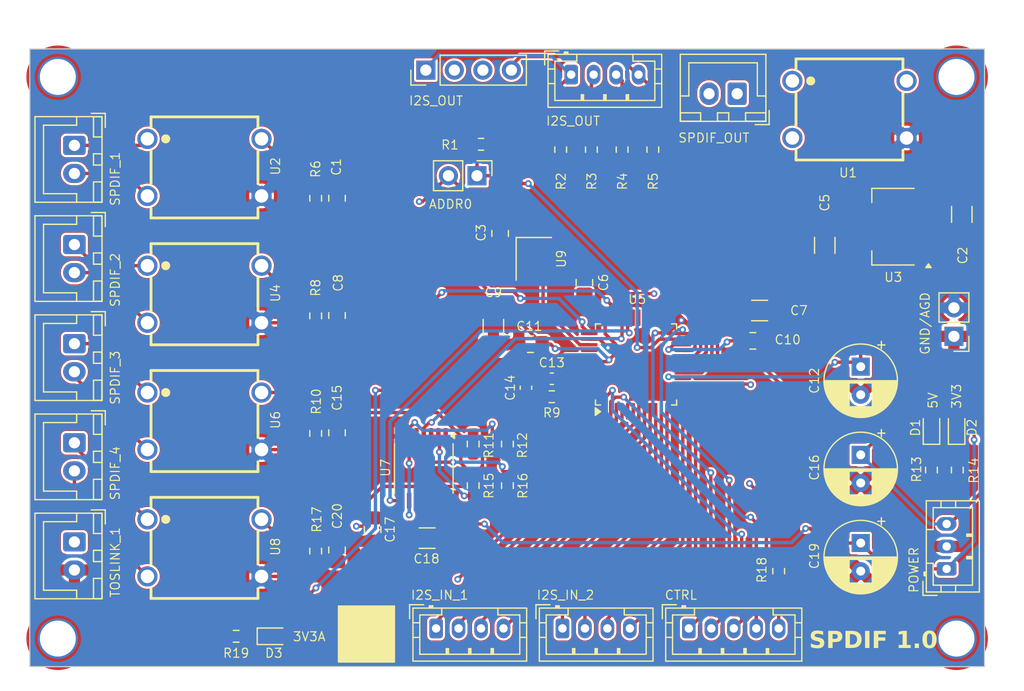
<source format=kicad_pcb>
(kicad_pcb (version 20240108) (generator "pcbnew") (generator_version "8.0")
  (layers (0 "F.Cu" signal) (1 "In1.Cu" signal) (2 "In2.Cu" signal) (31 "B.Cu" mixed) (34 "B.Paste" user) (35 "F.Paste" user) (36 "B.SilkS" user "B.Silkscreen") (37 "F.SilkS" user "F.Silkscreen") (38 "B.Mask" user) (39 "F.Mask" user) (44 "Edge.Cuts" user))
  (net 0 "")
  (net 1 "AGND")
  (net 2 "GND")
  (net 3 "I2S_DATA")
  (net 4 "I2S_LRCLK")
  (net 5 "I2S_BCLK")
  (net 6 "I2S_SCLK")
  (net 7 "SCL")
  (net 8 "SDA")
  (net 9 "3V3")
  (net 10 "SPDIF3_IN")
  (net 11 "SPDIF3_GND")
  (net 12 "SPDIF1_IN")
  (net 13 "SPDIF1_GND")
  (net 14 "SPDIF2_IN")
  (net 15 "SPDIF2_GND")
  (net 16 "5V")
  (net 17 "SPDIF_1")
  (net 18 "SPDIF4_GND")
  (net 19 "SPDIF4_IN")
  (net 20 "SPDIF_2")
  (net 21 "SPDIF_3")
  (net 22 "SPDIF_4")
  (net 23 "Net-(D2-K)")
  (net 24 "I2S_IN_LRCLK_1")
  (net 25 "I2S_IN_BCLK_1")
  (net 26 "Net-(D1-K)")
  (net 27 "I2S_IN_DATA_1")
  (net 28 "I2S_IN_SCLK_1")
  (net 29 "I2S_IN_DATA_2")
  (net 30 "I2S_IN_SCLK_2")
  (net 31 "I2S_IN_LRCLK_2")
  (net 32 "I2S_IN_BCLK_2")
  (net 33 "3V3A")
  (net 34 "SPDIF_OUT")
  (net 35 "TOSLINK_IN")
  (net 36 "XTI")
  (net 37 "Net-(C1-Pad2)")
  (net 38 "SPDIF_INT1")
  (net 39 "SPDIF_INT0")
  (net 40 "SPDIF_RESET")
  (net 41 "Net-(D3-K)")
  (net 42 "ADR0")
  (net 43 "FILTGND")
  (net 44 "SPDIFPOS")
  (net 45 "SPDIFNEG")
  (net 46 "Net-(C8-Pad2)")
  (net 47 "Net-(U5-FILT)")
  (net 48 "Net-(C14-Pad2)")
  (net 49 "Net-(C15-Pad1)")
  (net 50 "Net-(C15-Pad2)")
  (net 51 "Net-(C20-Pad1)")
  (net 52 "Net-(C20-Pad2)")
  (net 53 "Net-(U5-SCLKO)")
  (net 54 "Net-(U5-BCLK)")
  (net 55 "Net-(U5-LRCLK)")
  (net 56 "Net-(U5-DOUT)")
  (net 57 "Net-(R11-Pad2)")
  (net 58 "Net-(R12-Pad1)")
  (net 59 "Net-(R12-Pad2)")
  (net 60 "Net-(R15-Pad2)")
  (footprint "LED_SMD:LED_0603_1608Metric" (layer "F.Cu") (at 106.6 62.025 90)
    (property "Reference" "D1")
    (property "Value" "BLUE")
  )
  (footprint "Connector_JST:JST_PH_B3B-PH-K_1x03_P2.00mm_Vertical" (layer "F.Cu") (at 107.95 74.6 90)
    (property "Reference" "J11" (hide yes))
    (property "Value" "Conn_01x03_Pin")
  )
  (footprint "Resistor_SMD:R_0603_1608Metric" (layer "F.Cu") (at 66.5 36.8)
    (property "Reference" "R1")
    (property "Value" "4.7K")
  )
  (footprint "LED_SMD:LED_0603_1608Metric" (layer "F.Cu") (at 48.0575 80.6)
    (property "Reference" "D3")
    (property "Value" "YELLOW")
  )
  (footprint "Capacitor_SMD:C_0805_2012Metric_Pad1.18x1.45mm_HandSolder" (layer "F.Cu") (at 75.7 49.1 -90)
    (property "Reference" "C6")
    (property "Value" "0.1u")
  )
  (footprint "Capacitor_SMD:C_0805_2012Metric_Pad1.18x1.45mm_HandSolder" (layer "F.Cu") (at 90.7 54.3 180)
    (property "Reference" "C10")
    (property "Value" "0.1u")
  )
  (footprint "Package_TO_SOT_SMD:SOT-223-3_TabPin2" (layer "F.Cu") (at 103.2 44.1375 180)
    (property "Reference" "U3")
    (property "Value" "AMS1117-3.3")
  )
  (footprint "Connector_JST:JST_XH_B2B-XH-A_1x02_P2.50mm_Vertical" (layer "F.Cu") (at 30.3 72.2 -90)
    (property "Reference" "J10" (hide yes))
    (property "Value" "Conn_01x02_Pin")
  )
  (footprint "Package_QFP:LQFP-48_7x7mm_P0.5mm" (layer "F.Cu") (at 80.3 56.4 90)
    (property "Reference" "U5")
    (property "Value" "DIX9211")
  )
  (footprint "Capacitor_SMD:C_1206_3216Metric_Pad1.33x1.80mm_HandSolder" (layer "F.Cu") (at 67.6 53.1 90)
    (property "Reference" "C9")
    (property "Value" "10u")
  )
  (footprint "Connector_JST:JST_XH_B2B-XH-A_1x02_P2.50mm_Vertical" (layer "F.Cu") (at 30.3 54.55 -90)
    (property "Reference" "J8" (hide yes))
    (property "Value" "Conn_01x02_Pin")
  )
  (footprint "Capacitor_SMD:C_0805_2012Metric_Pad1.18x1.45mm_HandSolder" (layer "F.Cu") (at 53.68 62.48 -90)
    (property "Reference" "C15")
    (property "Value" "10n C0G")
  )
  (footprint "Capacitor_SMD:C_0603_1608Metric" (layer "F.Cu") (at 70.5 58.475 -90)
    (property "Reference" "C14")
    (property "Value" "68n C0G")
  )
  (footprint "Connector_JST:JST_PH_B4B-PH-K_1x04_P2.00mm_Vertical" (layer "F.Cu") (at 73.75 79.9)
    (property "Reference" "J13" (hide yes))
    (property "Value" "Conn_01x04_Pin")
  )
  (footprint "Connector_JST:JST_XH_B2B-XH-A_1x02_P2.50mm_Vertical" (layer "F.Cu") (at 30.3 63.375 -90)
    (property "Reference" "J9" (hide yes))
    (property "Value" "Conn_01x02_Pin")
  )
  (footprint "Capacitor_SMD:C_0805_2012Metric_Pad1.18x1.45mm_HandSolder" (layer "F.Cu") (at 53.68 72.9175 -90)
    (property "Reference" "C20")
    (property "Value" "10n C0G")
  )
  (footprint "easyeda2kicad:XFMR-TH_4P-L9.5-W9.0-P5.08-LS10.2_C9900096976" (layer "F.Cu") (at 41.88 72.73)
    (property "Reference" "U8")
    (property "Value" "DA101C_C6931652")
  )
  (footprint "Capacitor_SMD:C_1206_3216Metric_Pad1.33x1.80mm_HandSolder" (layer "F.Cu") (at 61.7 71.8625)
    (property "Reference" "C18")
    (property "Value" "10u")
  )
  (footprint "Capacitor_SMD:C_1206_3216Metric_Pad1.33x1.80mm_HandSolder" (layer "F.Cu") (at 109.3 43.0375 90)
    (property "Reference" "C2")
    (property "Value" "10u")
  )
  (footprint "easyeda2kicad:XFMR-TH_4P-L9.5-W9.0-P5.08-LS10.2_C9900096976" (layer "F.Cu") (at 41.88 61.44)
    (property "Reference" "U6")
    (property "Value" "DA101C_C6931652")
  )
  (footprint "Resistor_SMD:R_0603_1608Metric" (layer "F.Cu") (at 73.591667 37.275 90)
    (property "Reference" "R2")
    (property "Value" "22R")
  )
  (footprint "Resistor_SMD:R_0603_1608Metric_Pad0.98x0.95mm_HandSolder" (layer "F.Cu") (at 51.78 52.075833 -90)
    (property "Reference" "R8")
    (property "Value" "75R")
  )
  (footprint "Capacitor_SMD:C_1206_3216Metric_Pad1.33x1.80mm_HandSolder" (layer "F.Cu") (at 97.1 45.8 90)
    (property "Reference" "C5")
    (property "Value" "10u")
  )
  (footprint "Connector_JST:JST_XH_B2B-XH-A_1x02_P2.50mm_Vertical" (layer "F.Cu") (at 30.3 36.9 -90)
    (property "Reference" "J4" (hide yes))
    (property "Value" "Conn_01x02_Pin" (hide yes))
  )
  (footprint "Capacitor_SMD:C_1206_3216Metric_Pad1.33x1.80mm_HandSolder" (layer "F.Cu") (at 91.3 51.6 180)
    (property "Reference" "C7")
    (property "Value" "10u")
  )
  (footprint "Capacitor_SMD:C_0805_2012Metric_Pad1.18x1.45mm_HandSolder" (layer "F.Cu") (at 70.9 54.6)
    (property "Reference" "C11")
    (property "Value" "0.1u")
  )
  (footprint "MountingHole:MountingHole_3.2mm_M3_DIN965_Pad_TopOnly" (layer "F.Cu") (at 108.8251 30.805)
    (property "Reference" "H2" (hide yes))
    (property "Value" "MountingHole")
  )
  (footprint "Connector_JST:JST_XH_B2B-XH-A_1x02_P2.50mm_Vertical" (layer "F.Cu") (at 30.3 45.725 -90)
    (property "Reference" "J6" (hide yes))
    (property "Value" "Conn_01x02_Pin")
  )
  (footprint "Connector_JST:JST_XH_B2B-XH-A_1x02_P2.50mm_Vertical" (layer "F.Cu") (at 89.3 32.3 180)
    (property "Reference" "J3" (hide yes))
    (property "Value" "Conn_01x02_Pin")
  )
  (footprint "Connector_PinHeader_2.54mm:PinHeader_1x02_P2.54mm_Vertical" (layer "F.Cu") (at 66.14 39.6 -90)
    (property "Reference" "J5" (hide yes))
    (property "Value" "Conn_01x02_Pin")
  )
  (footprint "Capacitor_SMD:C_0805_2012Metric_Pad1.18x1.45mm_HandSolder" (layer "F.Cu") (at 56.85 71.1 90)
    (property "Reference" "C17")
    (property "Value" "0.1u")
  )
  (footprint "Connector_JST:JST_PH_B4B-PH-K_1x04_P2.00mm_Vertical" (layer "F.Cu") (at 62.5 79.9)
    (property "Reference" "J12" (hide yes))
    (property "Value" "Conn_01x04_Pin")
  )
  (footprint "Connector_PinHeader_2.54mm:PinHeader_1x02_P2.54mm_Vertical" (layer "F.Cu") (at 108.6 53.9 180)
    (property "Reference" "J7" (hide yes))
    (property "Value" "Conn_01x02_Pin")
  )
  (footprint "Resistor_SMD:R_0603_1608Metric_Pad0.98x0.95mm_HandSolder" (layer "F.Cu") (at 51.78 73.0175 -90)
    (property "Reference" "R17")
    (property "Value" "75R")
  )
  (footprint "Resistor_SMD:R_0603_1608Metric_Pad0.98x0.95mm_HandSolder" (layer "F.Cu") (at 108.9 65.8 90)
    (property "Reference" "R14")
    (property "Value" "325R")
  )
  (footprint "easyeda2kicad:XFMR-TH_4P-L9.5-W9.0-P5.08-LS10.2_C9900096976" (layer "F.Cu") (at 99.3 33.7)
    (property "Reference" "U1")
    (property "Value" "DA101C_C6931652")
  )
  (footprint "Package_SO:TSSOP-14_4.4x5mm_P0.65mm" (layer "F.Cu") (at 61.4 65.6625 -90)
    (property "Reference" "U7")
    (property "Value" "74HC7014")
  )
  (footprint "Resistor_SMD:R_0603_1608Metric" (layer "F.Cu") (at 81.791667 37.275 90)
    (property "Reference" "R5")
    (property "Value" "22R")
  )
  (footprint "Connector_JST:JST_PH_B4B-PH-K_1x04_P2.00mm_Vertical" (layer "F.Cu") (at 74.525 30.6)
    (property "Reference" "J2" (hide yes))
    (property "Value" "Conn_01x04_Pin")
  )
  (footprint "easyeda2kicad:XFMR-TH_4P-L9.5-W9.0-P5.08-LS10.2_C9900096976" (layer "F.Cu") (at 41.88 50.15)
    (property "Reference" "U4")
    (property "Value" "DA101C_C6931652")
  )
  (footprint "Resistor_SMD:R_0603_1608Metric_Pad0.98x0.95mm_HandSolder" (layer "F.Cu") (at 51.78 62.546666 -90)
    (property "Reference" "R10")
    (property "Value" "75R")
  )
  (footprint "Resistor_SMD:R_0603_1608Metric" (layer "F.Cu") (at 76.325 37.275 90)
    (property "Reference" "R3")
    (property "Value" "22R")
  )
  (footprint "Capacitor_SMD:C_0805_2012Metric_Pad1.18x1.45mm_HandSolder" (layer "F.Cu") (at 53.68 41.605 -90)
    (property "Reference" "C1")
    (property "Value" "10n C0G")
  )
  (footprint "Capacitor_SMD:C_0805_2012Metric_Pad1.18x1.45mm_HandSolder" (layer "F.Cu") (at 68.2 44.7375 -90)
    (property "Reference" "C3")
    (property "Value" "0.1u")
  )
  (footprint "easyeda2kicad:XFMR-TH_4P-L9.5-W9.0-P5.08-LS10.2_C9900096976" (layer "F.Cu") (at 41.88 38.86)
    (property "Reference" "U2")
    (property "Value" "DA101C_C6931652")
  )
  (footprint "LED_SMD:LED_0603_1608Metric" (layer "F.Cu") (at 108.84 62.025 90)
    (property "Reference" "D2")
    (property "Value" "YELLOW")
  )
  (footprint "Resistor_SMD:R_0603_1608Metric" (layer "F.Cu") (at 72.8 59.275 180)
    (property "Reference" "R9")
    (property "Value" "680R")
  )
  (footprint "Resistor_SMD:R_0603_1608Metric_Pad0.98x0.95mm_HandSolder" (layer "F.Cu") (at 106.6 65.8 90)
    (property "Reference" "R13")
    (property "Value" "500R")
  )
  (footprint "Resistor_SMD:R_0603_1608Metric" (layer "F.Cu") (at 79.058333 37.275 90)
    (property "Reference" "R4")
    (property "Value" "22R")
  )
  (footprint "Oscillator:Oscillator_SMD_Abracon_ASE-4Pin_3.2x2.5mm" (layer "F.Cu") (at 71.2 47 -90)
    (property "Reference" "U9")
    (property "Value" "ASDMB-xxxMHz")
  )
  (footprint "Capacitor_SMD:C_0603_1608Metric" (layer "F.Cu") (at 72.8 57.675)
    (property "Reference" "C13")
    (property "Value" "4.7n C0G")
  )
  (footprint "Capacitor_SMD:C_0805_2012Metric_Pad1.18x1.45mm_HandSolder" (layer "F.Cu") (at 53.68 52.0425 -90)
    (property "Reference" "C8")
    (property "Value" "10n C0G")
  )
  (footprint "Resistor_SMD:R_0603_1608Metric_Pad0.98x0.95mm_HandSolder" (layer "F.Cu") (at 65.8 67.1875 -90)
    (property "Reference" "R15")
    (property "Value" "100K")
  )
  (footprint "Capacitor_THT:CP_Radial_D6.3mm_P2.50mm" (layer "F.Cu") (at 100.3 72.3 -90)
    (property "Reference" "C19")
    (property "Value" "220u")
  )
  (footprint "Capacitor_THT:CP_Radial_D6.3mm_P2.50mm" (layer "F.Cu") (at 100.3 64.45 -90)
    (property "Reference" "C16")
    (property "Value" "220u")
  )
  (footprint "Resistor_SMD:R_0603_1608Metric_Pad0.98x0.95mm_HandSolder" (layer "F.Cu") (at 44.7 80.6)
    (property "Reference" "R19")
    (property "Value" "325R")
  )
  (footprint "Resistor_SMD:R_0603_1608Metric_Pad0.98x0.95mm_HandSolder" (layer "F.Cu") (at 51.78 41.605 -90)
    (property "Reference" "R6")
    (property "Value" "75R")
  )
  (footprint "Resistor_SMD:R_0603_1608Metric_Pad0.98x0.95mm_HandSolder" (layer "F.Cu") (at 65.8 63.4875 90)
    (property "Reference" "R11")
    (property "Value" "220R")
  )
  (footprint "MountingHole:MountingHole_3.2mm_M3_DIN965_Pad_TopOnly" (layer "F.Cu") (at 28.8251 30.805)
    (property "Reference" "H1" (hide yes))
    (property "Value" "MountingHole")
  )
  (footprint "Resistor_SMD:R_0603_1608Metric_Pad0.98x0.95mm_HandSolder" (layer "F.Cu") (at 68.85 63.4875 -90)
    (property "Reference" "R12")
    (property "Value" "100K")
  )
  (footprint "Connector_PinHeader_2.54mm:PinHeader_1x04_P2.54mm_Vertical" (layer "F.Cu") (at 61.585 30.2 90)
    (property "Reference" "J1" (hide yes))
    (property "Value" "Conn_01x04_Pin")
  )
  (footprint "MountingHole:MountingHole_3.2mm_M3_DIN965_Pad_TopOnly" (layer "F.Cu") (at 108.8251 80.805)
    (property "Reference" "H4" (hide yes))
    (property "Value" "MountingHole")
  )
  (footprint "MountingHole:MountingHole_3.2mm_M3_DIN965_Pad_TopOnly" (layer "F.Cu") (at 28.8251 80.805)
    (property "Reference" "H3" (hide yes))
    (property "Value" "MountingHole")
  )
  (footprint "Capacitor_THT:CP_Radial_D6.3mm_P2.50mm" (layer "F.Cu") (at 100.3 56.6 -90)
    (property "Reference" "C12")
    (property "Value" "220u")
  )
  (footprint "Resistor_SMD:R_0603_1608Metric" (layer "F.Cu") (at 93 74.8 -90)
    (property "Reference" "R18")
    (property "Value" "4.7K")
  )
  (footprint "Connector_JST:JST_PH_B5B-PH-K_1x05_P2.00mm_Vertical" (layer "F.Cu") (at 85 79.9)
    (property "Reference" "J14" (hide yes))
    (property "Value" "Conn_01x05_Pin")
  )
  (footprint "Resistor_SMD:R_0603_1608Metric_Pad0.98x0.95mm_HandSolder" (layer "F.Cu") (at 68.85 67.1875 90)
    (property "Reference" "R16")
    (property "Value" "220R")
  )
  (gr_rect (start 53.8 77.9) (end 58.8 82.9) (stroke (width 0.1)) (fill solid) (layer "F.SilkS"))
  (gr_line (start 111.3251 28.305) (end 111.3251 83.305) (stroke (width 0.1)) (layer "Edge.Cuts"))
  (gr_line (start 111.3251 83.305) (end 26.3251 83.305) (stroke (width 0.1)) (layer "Edge.Cuts"))
  (gr_line (start 26.3251 83.305) (end 26.3251 28.305) (stroke (width 0.1)) (layer "Edge.Cuts"))
  (gr_line (start 26.3251 28.305) (end 111.3251 28.305) (stroke (width 0.1)) (layer "Edge.Cuts"))
  (gr_text "SPDIF_3\n" (at 34.399952 60.045 90) (layer "F.SilkS") (effects (font (size 0.8 0.8) (thickness 0.1) (bold yes)) (justify left bottom)))
  (gr_text "CTRL" (at 82.8 77.4 0) (layer "F.SilkS") (effects (font (size 0.8 0.8) (thickness 0.1) (bold yes)) (justify left bottom)))
  (gr_text "SPDIF_1" (at 34.399952 42.345 90) (layer "F.SilkS") (effects (font (size 0.8 0.8) (thickness 0.1) (bold yes)) (justify left bottom)))
  (gr_text "5V\n" (at 107.2 60.4 90) (layer "F.SilkS") (effects (font (size 0.8 0.8) (thickness 0.1) (bold yes)) (justify left bottom)))
  (gr_text "I2S_IN_1" (at 60.2 77.4 0) (layer "F.SilkS") (effects (font (size 0.8 0.8) (thickness 0.1) (bold yes)) (justify left bottom)))
  (gr_text "SPDIF_4\n" (at 34.399952 68.545 90) (layer "F.SilkS") (effects (font (size 0.8 0.8) (thickness 0.1) (bold yes)) (justify left bottom)))
  (gr_text "SPDIF 1.0" (at 95.7 81.9 0) (layer "F.SilkS") (effects (font (size 1.5 1.5) (thickness 0.1) (bold yes)) (justify left bottom)))
  (gr_text "SPDIF_OUT" (at 84 36.7 0) (layer "F.SilkS") (effects (font (size 0.8 0.8) (thickness 0.1) (bold yes)) (justify left bottom)))
  (gr_text "I2S_OUT" (at 60.025 33.4 0) (layer "F.SilkS") (effects (font (size 0.8 0.8) (thickness 0.1) (bold yes)) (justify left bottom)))
  (gr_text "ADDR0" (at 61.8 42.6 0) (layer "F.SilkS") (effects (font (size 0.8 0.8) (thickness 0.1) (bold yes)) (justify left bottom)))
  (gr_text "POWER" (at 105.5 76.8 90) (layer "F.SilkS") (effects (font (size 0.8 0.8) (thickness 0.1) (bold yes)) (justify left bottom)))
  (gr_text "TOSLINK_1\n" (at 34.399952 77.2 90) (layer "F.SilkS") (effects (font (size 0.8 0.8) (thickness 0.1) (bold yes)) (justify left bottom)))
  (gr_text "GND/AGD" (at 106.5 55.6 90) (layer "F.SilkS") (effects (font (size 0.8 0.8) (thickness 0.1) (bold yes)) (justify left bottom)))
  (gr_text "SPDIF_2" (at 34.399952 51.345 90) (layer "F.SilkS") (effects (font (size 0.8 0.8) (thickness 0.1) (bold yes)) (justify left bottom)))
  (gr_text "3V3" (at 109.3 60.4 90) (layer "F.SilkS") (effects (font (size 0.8 0.8) (thickness 0.1) (bold yes)) (justify left bottom)))
  (gr_text "I2S_IN_2" (at 71.4 77.4 0) (layer "F.SilkS") (effects (font (size 0.8 0.8) (thickness 0.1) (bold yes)) (justify left bottom)))
  (gr_text "3V3A" (at 49.6875 81.1 0) (layer "F.SilkS") (effects (font (size 0.8 0.8) (thickness 0.1) (bold yes)) (justify left bottom)))
  (gr_text "I2S_OUT" (at 72.225 35.2 0) (layer "F.SilkS") (effects (font (size 0.8 0.8) (thickness 0.1) (bold yes)) (justify left bottom)))
  (segment (start 50.44 75.27) (end 51.78 73.93) (width 0.3) (layer "F.Cu") (net 1))
  (segment (start 46.96 52.69) (end 51.481667 52.69) (width 0.3) (layer "F.Cu") (net 1))
  (segment (start 76.1375 54.15) (end 77.03995 54.15) (width 0.3) (layer "F.Cu") (net 1))
  (segment (start 51.259166 63.98) (end 51.78 63.459166) (width 0.3) (layer "F.Cu") (net 1))
  (segment (start 46.96 75.27) (end 50.44 75.27) (width 0.3) (layer "F.Cu") (net 1))
  (segment (start 51.78 42.5175) (end 48.0775 42.5175) (width 0.3) (layer "F.Cu") (net 1))
  (segment (start 46.96 63.98) (end 51.259166 63.98) (width 0.3) (layer "F.Cu") (net 1))
  (segment (start 48.0775 42.5175) (end 46.96 41.4) (width 0.3) (layer "F.Cu") (net 1))
  (segment (start 77.03995 54.15) (end 77.800811 54.910861) (width 0.3) (layer "F.Cu") (net 1))
  (via (at 77.800811 54.910861) (size 0.6) (drill 0.3) (layers "F.Cu" "B.Cu") (net 1))
  (segment (start 85.30312 55.15) (end 85.55 54.90312) (width 0.3) (layer "F.Cu") (net 2))
  (segment (start 85.55 53.39688) (end 84.617982 52.464862) (width 0.3) (layer "F.Cu") (net 2))
  (segment (start 84.4625 55.15) (end 85.30312 55.15) (width 0.3) (layer "F.Cu") (net 2))
  (segment (start 84.617982 52.464862) (end 84.335138 52.464862) (width 0.3) (layer "F.Cu") (net 2))
  (segment (start 85.55 54.90312) (end 85.55 53.39688) (width 0.3) (layer "F.Cu") (net 2))
  (via (at 84.335138 52.464862) (size 0.6) (drill 0.3) (layers "F.Cu" "B.Cu") (net 2))
  (segment (start 81.791667 36.45) (end 81.791667 31.866667) (width 0.3) (layer "F.Cu") (net 3))
  (segment (start 70 29) (end 69.205 29.795) (width 0.3) (layer "F.Cu") (net 3))
  (segment (start 78.825 29) (end 70 29) (width 0.3) (layer "F.Cu") (net 3))
  (segment (start 80.525 30.7) (end 78.825 29) (width 0.3) (layer "F.Cu") (net 3))
  (segment (start 81.791667 31.866667) (end 80.525 30.6) (width 0.3) (layer "F.Cu") (net 3))
  (segment (start 79.058333 36.45) (end 79.058333 31.133333) (width 0.3) (layer "F.Cu") (net 4))
  (segment (start 79.058333 31.133333) (end 78.525 30.6) (width 0.3) (layer "F.Cu") (net 4))
  (segment (start 76.325 36.45) (end 76.325 30.8) (width 0.3) (layer "F.Cu") (net 5))
  (segment (start 73.591667 31.533333) (end 74.525 30.6) (width 0.3) (layer "F.Cu") (net 6))
  (segment (start 73.591667 36.45) (end 73.591667 31.533333) (width 0.3) (layer "F.Cu") (net 6))
  (segment (start 74.525 30.7) (end 72.725 28.9) (width 0.3) (layer "B.Cu") (net 6))
  (segment (start 62.9 28.9) (end 62.8 28.8) (width 0.3) (layer "B.Cu") (net 6))
  (segment (start 62.8 28.8) (end 61.585 30.015) (width 0.3) (layer "B.Cu") (net 6))
  (segment (start 72.725 28.9) (end 62.9 28.9) (width 0.3) (layer "B.Cu") (net 6))
  (segment (start 82.52812 53.6) (end 82 53.6) (width 0.3) (layer "F.Cu") (net 7))
  (segment (start 83.05 53.07812) (end 82.52812 53.6) (width 0.3) (layer "F.Cu") (net 7))
  (segment (start 83.05 52.2375) (end 83.05 53.07812) (width 0.3) (layer "F.Cu") (net 7))
  (segment (start 86.955025 77.944975) (end 86.955025 66.044975) (width 0.3) (layer "F.Cu") (net 7))
  (segment (start 85 79.9) (end 86.955025 77.944975) (width 0.3) (layer "F.Cu") (net 7))
  (via (at 86.955025 66.044975) (size 0.6) (drill 0.3) (layers "F.Cu" "B.Cu") (net 7))
  (via (at 82 53.6) (size 0.6) (drill 0.3) (layers "F.Cu" "B.Cu") (net 7))
  (segment (start 81.8 60.88995) (end 81.8 53.8) (width 0.3) (layer "B.Cu") (net 7))
  (segment (start 86.955025 66.044975) (end 81.8 60.88995) (width 0.3) (layer "B.Cu") (net 7))
  (segment (start 81.8 53.8) (end 82 53.6) (width 0.3) (layer "B.Cu") (net 7))
  (segment (start 84.444799 53.307746) (end 84.444799 53.632299) (width 0.3) (layer "F.Cu") (net 8))
  (segment (start 88.6 78.3) (end 87 79.9) (width 0.3) (layer "F.Cu") (net 8))
  (segment (start 88.6 66.7) (end 88.6 78.3) (width 0.3) (layer "F.Cu") (net 8))
  (segment (start 84.444799 53.632299) (end 84.4625 53.65) (width 0.3) (layer "F.Cu") (net 8))
  (via (at 84.444799 53.307746) (size 0.6) (drill 0.3) (layers "F.Cu" "B.Cu") (net 8))
  (via (at 88.6 66.7) (size 0.6) (drill 0.3) (layers "F.Cu" "B.Cu") (net 8))
  (segment (start 88.6 66.7) (end 82.55 60.65) (width 0.3) (layer "B.Cu") (net 8))
  (segment (start 83.974182 53.307746) (end 84.444799 53.307746) (width 0.3) (layer "B.Cu") (net 8))
  (segment (start 82.55 54.731928) (end 83.974182 53.307746) (width 0.3) (layer "B.Cu") (net 8))
  (segment (start 82.55 60.65) (end 82.55 54.731928) (width 0.3) (layer "B.Cu") (net 8))
  (segment (start 57.2375 70.45) (end 63.2125 70.45) (width 0.3) (layer "F.Cu") (net 9))
  (segment (start 70.375 45.875) (end 68.2 43.7) (width 0.3) (layer "F.Cu") (net 9))
  (segment (start 83.621884 54.65) (end 83.2 55.071884) (width 0.3) (layer "F.Cu") (net 9))
  (segment (start 89.6625 54.3) (end 88.5 54.3) (width 0.3) (layer "F.Cu") (net 9))
  (segment (start 88.5 54.3) (end 88.4 54.4) (width 0.3) (layer "F.Cu") (net 9))
  (segment (start 89.7375 51.6) (end 89.7375 54.225) (width 0.3) (layer "F.Cu") (net 9))
  (segment (start 70.375 45.95) (end 72.025 45.95) (width 0.3) (layer "F.Cu") (net 9))
  (segment (start 56.1125 70.8) (end 56.85 70.0625) (width 0.3) (layer "F.Cu") (net 9))
  (segment (start 63.2125 70.45) (end 63.2625 70.4) (width 0.3) (layer "F.Cu") (net 9))
  (segment (start 55.4 70.8) (end 56.1125 70.8) (width 0.3) (layer "F.Cu") (net 9))
  (segment (start 64.9 70.6) (end 66.8 70.6) (width 0.3) (layer "F.Cu") (net 9))
  (segment (start 107.95 74.6) (end 102.6 74.6) (width 0.3) (layer "F.Cu") (net 9))
  (segment (start 95.8 71) (end 97.1 72.3) (width 0.3) (layer "F.Cu") (net 9))
  (segment (start 84.4625 54.65) (end 83.621884 54.65) (width 0.3) (layer "F.Cu") (net 9))
  (segment (start 63.2625 71.8625) (end 63.2625 70.4) (width 0.3) (layer "F.Cu") (net 9))
  (segment (start 63.6375 71.8625) (end 64.9 70.6) (width 0.3) (layer "F.Cu") (net 9))
  (segment (start 61.3 41.9) (end 61 41.9) (width 0.3) (layer "F.Cu") (net 9))
  (segment (start 67.7 43.7) (end 68.2 43.7) (width 0.3) (layer "F.Cu") (net 9))
  (segment (start 63.2625 68.6125) (end 63.35 68.525) (width 0.3) (layer "F.Cu") (net 9))
  (segment (start 95.4 60.4) (end 89.6625 54.6625) (width 0.3) (layer "F.Cu") (net 9))
  (segment (start 70.375 45.95) (end 70.375 45.875) (width 0.3) (layer "F.Cu") (net 9))
  (segment (start 108.24 60.4) (end 95.4 60.4) (width 0.3) (layer "F.Cu") (net 9))
  (segment (start 63.2625 70.4) (end 63.2625 68.6125) (width 0.3) (layer "F.Cu") (net 9))
  (segment (start 95.4 71) (end 95.8 71) (width 0.3) (layer "F.Cu") (net 9))
  (segment (start 102.6 74.6) (end 100.3 72.3) (width 0.3) (layer "F.Cu") (net 9))
  (segment (start 63.6 39.6) (end 67.7 43.7) (width 0.3) (layer "F.Cu") (net 9))
  (segment (start 110.4 62.56) (end 108.24 60.4) (width 0.3) (layer "F.Cu") (net 9))
  (segment (start 63.6 39.6) (end 61.3 41.9) (width 0.3) (layer "F.Cu") (net 9))
  (segment (start 97.1 72.3) (end 100.3 72.3) (width 0.3) (layer "F.Cu") (net 9))
  (segment (start 110.4 63.1) (end 110.4 62.56) (width 0.3) (layer "F.Cu") (net 9))
  (via (at 110.4 63.1) (size 0.6) (drill 0.3) (layers "F.Cu" "B.Cu") (net 9))
  (via (at 55.4 70.8) (size 0.6) (drill 0.3) (layers "F.Cu" "B.Cu") (net 9))
  (via (at 61 41.9) (size 0.6) (drill 0.3) (layers "F.Cu" "B.Cu") (net 9))
  (via (at 83.2 55.071884) (size 0.6) (drill 0.3) (layers "F.Cu" "B.Cu") (net 9))
  (via (at 95.4 71) (size 0.6) (drill 0.3) (layers "F.Cu" "B.Cu") (net 9))
  (via (at 88.4 54.4) (size 0.6) (drill 0.3) (layers "F.Cu" "B.Cu") (net 9))
  (via (at 66.8 70.6) (size 0.6) (drill 0.3) (layers "F.Cu" "B.Cu") (net 9))
  (segment (start 94.138966 72.261034) (end 95.4 71) (width 0.3) (layer "B.Cu") (net 9))
  (segment (start 68.461034 72.261034) (end 94.138966 72.261034) (width 0.3) (layer "B.Cu") (net 9))
  (segment (start 83.2 55.071884) (end 87.728116 55.071884) (width 0.3) (layer "B.Cu") (net 9))
  (segment (start 110.4 72.15) (end 110.4 63.1) (width 0.3) (layer "B.Cu") (net 9))
  (segment (start 66.8 70.6) (end 68.461034 72.261034) (width 0.3) (layer "B.Cu") (net 9))
  (segment (start 107.95 74.6) (end 110.4 72.15) (width 0.3) (layer "B.Cu") (net 9))
  (segment (start 87.728116 55.071884) (end 88.4 54.4) (width 0.3) (layer "B.Cu") (net 9))
  (segment (start 36.8 58.9) (end 32.45 54.55) (width 0.3) (layer "F.Cu") (net 10))
  (segment (start 32.45 54.55) (end 30.3 54.55) (width 0.3) (layer "F.Cu") (net 10))
  (segment (start 36.8 63.98) (end 30.3 57.48) (width 0.3) (layer "F.Cu") (net 11))
  (segment (start 30.3 36.9) (end 36.22 36.9) (width 0.3) (layer "F.Cu") (net 12))
  (segment (start 36.22 36.9) (end 36.8 36.32) (width 0.3) (layer "F.Cu") (net 12))
  (segment (start 30.3 39.4) (end 34.8 39.4) (width 0.3) (layer "F.Cu") (net 13))
  (segment (start 34.8 39.4) (end 36.8 41.4) (width 0.3) (layer "F.Cu") (net 13))
  (segment (start 32.185 47.61) (end 30.3 45.725) (width 0.3) (layer "F.Cu") (net 14))
  (segment (start 36.8 47.61) (end 32.185 47.61) (width 0.3) (layer "F.Cu") (net 14))
  (segment (start 30.3 48.225) (end 32.335 48.225) (width 0.3) (layer "F.Cu") (net 15))
  (segment (start 32.335 48.225) (end 36.8 52.69) (width 0.3) (layer "F.Cu") (net 15))
  (segment (start 111.1 67.725) (end 108.225 70.6) (width 0.3) (layer "F.Cu") (net 16))
  (segment (start 109.3 41.475) (end 111.1 43.275) (width 0.3) (layer "F.Cu") (net 16))
  (segment (start 111.1 43.275) (end 111.1 67.725) (width 0.3) (layer "F.Cu") (net 16))
  (segment (start 106.6 61) (end 103.75 61) (width 0.3) (layer "F.Cu") (net 16))
  (segment (start 103.75 61) (end 100.3 64.45) (width 0.3) (layer "F.Cu") (net 16))
  (segment (start 109.3 41.475) (end 106.7125 41.475) (width 0.3) (layer "F.Cu") (net 16))
  (segment (start 106.45 70.6) (end 100.3 64.45) (width 0.3) (layer "B.Cu") (net 16))
  (segment (start 107.95 70.6) (end 106.45 70.6) (width 0.3) (layer "B.Cu") (net 16))
  (segment (start 57.8675 40.5675) (end 67.2 49.9) (width 0.3) (layer "F.Cu") (net 17))
  (segment (start 69.375 49.9) (end 70 50.525) (width 0.3) (layer "F.Cu") (net 17))
  (segment (start 76.1375 53.65) (end 75.5 53.0125) (width 0.3) (layer "F.Cu") (net 17))
  (segment (start 53.68 40.5675) (end 57.8675 40.5675) (width 0.3) (layer "F.Cu") (net 17))
  (segment (start 75.5 53.0125) (end 75.5 52.6) (width 0.3) (layer "F.Cu") (net 17))
  (segment (start 67.2 49.9) (end 69.375 49.9) (width 0.3) (layer "F.Cu") (net 17))
  (via (at 70 50.525) (size 0.6) (drill 0.3) (layers "F.Cu" "B.Cu") (net 17))
  (via (at 75.5 52.6) (size 0.6) (drill 0.3) (layers "F.Cu" "B.Cu") (net 17))
  (segment (start 75.5 52.6) (end 73.425 50.525) (width 0.3) (layer "B.Cu") (net 17))
  (segment (start 73.425 50.525) (end 70 50.525) (width 0.3) (layer "B.Cu") (net 17))
  (segment (start 30.3 68.77) (end 36.8 75.27) (width 0.3) (layer "F.Cu") (net 18))
  (segment (start 30.3 65.875) (end 30.3 68.77) (width 0.3) (layer "F.Cu") (net 18))
  (segment (start 36.8 70.19) (end 30.3 63.69) (width 0.3) (layer "F.Cu") (net 19))
  (segment (start 78.05 51.05) (end 77.7 50.7) (width 0.3) (layer "F.Cu") (net 20))
  (segment (start 53.68 51.005) (end 61.995 51.005) (width 0.3) (layer "F.Cu") (net 20))
  (segment (start 78.05 52.2375) (end 78.05 51.05) (width 0.3) (layer "F.Cu") (net 20))
  (segment (start 61.995 51.005) (end 63 50) (width 0.3) (layer "F.Cu") (net 20))
  (via (at 77.7 50.7) (size 0.6) (drill 0.3) (layers "F.Cu" "B.Cu") (net 20))
  (via (at 63 50) (size 0.6) (drill 0.3) (layers "F.Cu" "B.Cu") (net 20))
  (segment (start 63.155025 49.844975) (end 63 50) (width 0.3) (layer "B.Cu") (net 20))
  (segment (start 76.844975 49.844975) (end 63.155025 49.844975) (width 0.3) (layer "B.Cu") (net 20))
  (segment (start 77.7 50.7) (end 76.844975 49.844975) (width 0.3) (layer "B.Cu") (net 20))
  (segment (start 79.05 52.2375) (end 79.05 54.05) (width 0.3) (layer "F.Cu") (net 21))
  (segment (start 61.4 62.062501) (end 61.900001 61.5625) (width 0.3) (layer "F.Cu") (net 21))
  (segment (start 61.900001 61.5625) (end 62.095682 61.5625) (width 0.3) (layer "F.Cu") (net 21))
  (segment (start 79.05 54.05) (end 78.984925 54.115075) (width 0.3) (layer "F.Cu") (net 21))
  (segment (start 61.4 62.8) (end 61.4 62.062501) (width 0.3) (layer "F.Cu") (net 21))
  (via (at 62.095682 61.5625) (size 0.6) (drill 0.3) (layers "F.Cu" "B.Cu") (net 21))
  (via (at 78.984925 54.115075) (size 0.6) (drill 0.3) (layers "F.Cu" "B.Cu") (net 21))
  (segment (start 78.96985 54.1) (end 78.984925 54.115075) (width 0.3) (layer "B.Cu") (net 21))
  (segment (start 62.095682 61.5625) (end 69.558182 54.1) (width 0.3) (layer "B.Cu") (net 21))
  (segment (start 69.558182 54.1) (end 78.96985 54.1) (width 0.3) (layer "B.Cu") (net 21))
  (segment (start 79.55 52.2375) (end 79.55 53.45) (width 0.3) (layer "F.Cu") (net 22))
  (segment (start 79.55 53.45) (end 79.7 53.6) (width 0.3) (layer "F.Cu") (net 22))
  (segment (start 58.425 68.525) (end 58.4 68.5) (width 0.3) (layer "F.Cu") (net 22))
  (segment (start 59.45 68.525) (end 58.425 68.525) (width 0.3) (layer "F.Cu") (net 22))
  (via (at 58.4 68.5) (size 0.6) (drill 0.3) (layers "F.Cu" "B.Cu") (net 22))
  (via (at 79.7 53.6) (size 0.6) (drill 0.3) (layers "F.Cu" "B.Cu") (net 22))
  (segment (start 79.515075 53.415075) (end 79.7 53.6) (width 0.3) (layer "B.Cu") (net 22))
  (segment (start 58.4 68.5) (end 58.4 61.5) (width 0.3) (layer "B.Cu") (net 22))
  (segment (start 66.484925 53.415075) (end 79.515075 53.415075) (width 0.3) (layer "B.Cu") (net 22))
  (segment (start 58.4 61.5) (end 66.484925 53.415075) (width 0.3) (layer "B.Cu") (net 22))
  (segment (start 108.84 63.05) (end 108.84 64.8275) (width 0.3) (layer "F.Cu") (net 23))
  (segment (start 81.55 60.5625) (end 81.55 64.25) (width 0.3) (layer "F.Cu") (net 24))
  (segment (start 81.55 64.25) (end 66.5 79.3) (width 0.3) (layer "F.Cu") (net 24))
  (segment (start 81.05 62.95) (end 64.5 79.5) (width 0.3) (layer "F.Cu") (net 25))
  (segment (start 81.05 60.5625) (end 81.05 62.95) (width 0.3) (layer "F.Cu") (net 25))
  (segment (start 106.6 63.05) (end 106.6 64.8875) (width 0.3) (layer "F.Cu") (net 26))
  (segment (start 82.05 60.5625) (end 82.05 66.35) (width 0.3) (layer "F.Cu") (net 27))
  (segment (start 82.05 66.35) (end 68.5 79.9) (width 0.3) (layer "F.Cu") (net 27))
  (segment (start 80.30312 61.65) (end 80.15 61.65) (width 0.3) (layer "F.Cu") (net 28))
  (segment (start 80.55 60.5625) (end 80.55 61.40312) (width 0.3) (layer "F.Cu") (net 28))
  (segment (start 80.55 61.40312) (end 80.30312 61.65) (width 0.3) (layer "F.Cu") (net 28))
  (segment (start 80.15 61.65) (end 62.5 79.3) (width 0.3) (layer "F.Cu") (net 28))
  (segment (start 85.6 58.94688) (end 85.6 74) (width 0.3) (layer "F.Cu") (net 29))
  (segment (start 85.6 74) (end 79.75 79.85) (width 0.3) (layer "F.Cu") (net 29))
  (segment (start 84.4625 58.65) (end 85.30312 58.65) (width 0.3) (layer "F.Cu") (net 29))
  (segment (start 85.30312 58.65) (end 85.6 58.94688) (width 0.3) (layer "F.Cu") (net 29))
  (segment (start 82.55 68.65) (end 73.75 77.45) (width 0.3) (layer "F.Cu") (net 30))
  (segment (start 73.75 77.45) (end 73.75 79.9) (width 0.3) (layer "F.Cu") (net 30))
  (segment (start 82.55 60.5625) (end 82.55 68.65) (width 0.3) (layer "F.Cu") (net 30))
  (segment (start 84.4625 59.15) (end 84.4625 72.3375) (width 0.3) (layer "F.Cu") (net 31))
  (segment (start 84.4625 72.3375) (end 77.75 79.05) (width 0.3) (layer "F.Cu") (net 31))
  (segment (start 77.75 79.05) (end 77.75 79.9) (width 0.3) (layer "F.Cu") (net 31))
  (segment (start 75.75 78.65) (end 75.75 79.9) (width 0.3) (layer "F.Cu") (net 32))
  (segment (start 83.05 71.35) (end 75.75 78.65) (width 0.3) (layer "F.Cu") (net 32))
  (segment (start 83.05 60.5625) (end 83.05 71.35) (width 0.3) (layer "F.Cu") (net 32))
  (segment (start 72.7 54.6) (end 73.1 55) (width 0.3) (layer "F.Cu") (net 33))
  (segment (start 48.845 80.6) (end 48.845 79.255) (width 0.3) (layer "F.Cu") (net 33))
  (segment (start 106.35 44.1375) (end 100.05 44.1375) (width 0.3) (layer "F.Cu") (net 33))
  (segment (start 76.1375 56.15) (end 77.73995 56.15) (width 0.3) (layer "F.Cu") (net 33))
  (segment (start 77.55 51.9875) (end 75.7 50.1375) (width 0.3) (layer "F.Cu") (net 33))
  (segment (start 78.500811 55.389139) (end 77.73995 56.15) (width 0.3) (layer "F.Cu") (net 33))
  (segment (start 77.55 52.2375) (end 77.55 53.6701) (width 0.3) (layer "F.Cu") (net 33))
  (segment (start 77.55 53.6701) (end 78.500811 54.620911) (width 0.3) (layer "F.Cu") (net 33))
  (segment (start 59.9 58.7) (end 67.0625 51.5375) (width 0.3) (layer "F.Cu") (net 33))
  (segment (start 98 56.2) (end 99.9 56.2) (width 0.3) (layer "F.Cu") (net 33))
  (segment (start 48.845 79.255) (end 51.8 76.3) (width 0.3) (layer "F.Cu") (net 33))
  (segment (start 77.73995 56.15) (end 77.894975 55.994975) (width 0.3) (layer "F.Cu") (net 33))
  (segment (start 78.500811 54.620911) (end 78.500811 55.389139) (width 0.3) (layer "F.Cu") (net 33))
  (segment (start 71.9375 54.6) (end 72.7 54.6) (width 0.3) (layer "F.Cu") (net 33))
  (segment (start 68.975 51.6375) (end 67.7 51.6375) (width 0.3) (layer "F.Cu") (net 33))
  (segment (start 71.9375 54.6) (end 68.975 51.6375) (width 0.3) (layer "F.Cu") (net 33))
  (segment (start 57.1 58.7) (end 59.9 58.7) (width 0.3) (layer "F.Cu") (net 33))
  (segment (start 100.05 44.1375) (end 97.1 44.1375) (width 0.3) (layer "F.Cu") (net 33))
  (segment (start 100.3 56.6) (end 100.3 44.3875) (width 0.3) (layer "F.Cu") (net 33))
  (via (at 83.2 57.5) (size 0.6) (drill 0.3) (layers "F.Cu" "B.Cu") (net 33))
  (via (at 77.894975 55.994975) (size 0.6) (drill 0.3) (layers "F.Cu" "B.Cu") (net 33))
  (via (at 73.1 55) (size 0.6) (drill 0.3) (layers "F.Cu" "B.Cu") (net 33))
  (via (at 57.1 58.7) (size 0.6) (drill 0.3) (layers "F.Cu" "B.Cu") (net 33))
  (via (at 51.8 76.3) (size 0.6) (drill 0.3) (layers "F.Cu" "B.Cu") (net 33))
  (via (at 98 56.2) (size 0.6) (drill 0.3) (layers "F.Cu" "B.Cu") (net 33))
  (segment (start 73.1 55) (end 76.9 55) (width 0.3) (layer "B.Cu") (net 33))
  (segment (start 96.7 57.5) (end 98 56.2) (width 0.3) (layer "B.Cu") (net 33))
  (segment (start 83.2 57.5) (end 96.7 57.5) (width 0.3) (layer "B.Cu") (net 33))
  (segment (start 57.1 71) (end 57.1 58.7) (width 0.3) (layer "B.Cu") (net 33))
  (segment (start 76.9 55) (end 77.894975 55.994975) (width 0.3) (layer "B.Cu") (net 33))
  (segment (start 51.8 76.3) (end 57.1 71) (width 0.3) (layer "B.Cu") (net 33))
  (segment (start 84.4625 58.15) (end 90.45 58.15) (width 0.3) (layer "F.Cu") (net 34))
  (segment (start 90.45 58.15) (end 90.5 58.2) (width 0.3) (layer "F.Cu") (net 34))
  (via (at 90.5 58.2) (size 0.6) (drill 0.3) (layers "F.Cu" "B.Cu") (net 34))
  (segment (start 78.55 61.40312) (end 78.55 60.5625) (width 0.3) (layer "F.Cu") (net 35))
  (segment (start 64.42656 75.52656) (end 78.55 61.40312) (width 0.3) (layer "F.Cu") (net 35))
  (via (at 64.42656 75.52656) (size 0.6) (drill 0.3) (layers "F.Cu" "B.Cu") (net 35))
  (segment (start 72.025 51.37812) (end 75.29688 54.65) (width 0.3) (layer "F.Cu") (net 36))
  (segment (start 72.025 48.05) (end 72.025 51.37812) (width 0.3) (layer "F.Cu") (net 36))
  (segment (start 75.29688 54.65) (end 76.1375 54.65) (width 0.3) (layer "F.Cu") (net 36))
  (segment (start 51.3325 40.6925) (end 51.78 40.6925) (width 0.3) (layer "F.Cu") (net 37))
  (segment (start 46.96 36.32) (end 51.3325 40.6925) (width 0.3) (layer "F.Cu") (net 37))
  (segment (start 51.78 40.7425) (end 53.68 42.6425) (width 0.3) (layer "F.Cu") (net 37))
  (segment (start 78.05 59.72188) (end 78.45883 59.31305) (width 0.3) (layer "F.Cu") (net 38))
  (segment (start 78.45883 59.31305) (end 79.2 59.31305) (width 0.3) (layer "F.Cu") (net 38))
  (segment (start 78.05 60.5625) (end 78.05 59.72188) (width 0.3) (layer "F.Cu") (net 38))
  (segment (start 91 79.9) (end 91 70.5) (width 0.3) (layer "F.Cu") (net 38))
  (segment (start 91 70.5) (end 90.5 70) (width 0.3) (layer "F.Cu") (net 38))
  (via (at 90.5 70) (size 0.6) (drill 0.3) (layers "F.Cu" "B.Cu") (net 38))
  (via (at 79.2 59.31305) (size 0.6) (drill 0.3) (layers "F.Cu" "B.Cu") (net 38))
  (segment (start 79.2 59.31305) (end 89.88695 70) (width 0.3) (layer "B.Cu") (net 38))
  (segment (start 89.88695 70) (end 90.5 70) (width 0.3) (layer "B.Cu") (net 38))
  (segment (start 77.55 59.8) (end 77.55 59.35) (width 0.3) (layer "F.Cu") (net 39))
  (segment (start 89 79.9) (end 89.7 79.2) (width 0.3) (layer "F.Cu") (net 39))
  (segment (start 77.55 60.5625) (end 77.55 59.8) (width 0.3) (layer "F.Cu") (net 39))
  (segment (start 77.55 59.35) (end 78.2 58.7) (width 0.3) (layer "F.Cu") (net 39))
  (segment (start 89.7 79.2) (end 89.7 71.5) (width 0.3) (layer "F.Cu") (net 39))
  (via (at 78.2 58.7) (size 0.6) (drill 0.3) (layers "F.Cu" "B.Cu") (net 39))
  (via (at 89.7 71.5) (size 0.6) (drill 0.3) (layers "F.Cu" "B.Cu") (net 39))
  (segment (start 78.2 60.5) (end 89.2 71.5) (width 0.3) (layer "B.Cu") (net 39))
  (segment (start 89.2 71.5) (end 89.7 71.5) (width 0.3) (layer "B.Cu") (net 39))
  (segment (start 78.2 58.7) (end 78.2 60.5) (width 0.3) (layer "B.Cu") (net 39))
  (segment (start 79.84688 50.1) (end 81.9 50.1) (width 0.3) (layer "F.Cu") (net 40))
  (segment (start 78.55 52.2375) (end 78.55 51.39688) (width 0.3) (layer "F.Cu") (net 40))
  (segment (start 93 75.625) (end 91.9 74.525) (width 0.3) (layer "F.Cu") (net 40))
  (segment (start 78.55 51.39688) (end 79.84688 50.1) (width 0.3) (layer "F.Cu") (net 40))
  (segment (start 91.9 74.525) (end 91.9 68.5) (width 0.3) (layer "F.Cu") (net 40))
  (segment (start 91.9 68.5) (end 90.4 67) (width 0.3) (layer "F.Cu") (net 40))
  (segment (start 93 79.9) (end 93 75.625) (width 0.3) (layer "F.Cu") (net 40))
  (via (at 81.9 50.1) (size 0.6) (drill 0.3) (layers "F.Cu" "B.Cu") (net 40))
  (via (at 90.4 67) (size 0.6) (drill 0.3) (layers "F.Cu" "B.Cu") (net 40))
  (segment (start 47.27 80.4) (end 45.6125 80.4) (width 0.3) (layer "F.Cu") (net 41))
  (segment (start 70.2 40.3) (end 69.5 39.6) (width 0.3) (layer "F.Cu") (net 42))
  (segment (start 66.14 37.985) (end 67.325 36.8) (width 0.3) (layer "F.Cu") (net 42))
  (segment (start 81.619239 54.9) (end 80.4 54.9) (width 0.3) (layer "F.Cu") (net 42))
  (segment (start 69.5 39.6) (end 66.14 39.6) (width 0.3) (layer "F.Cu") (net 42))
  (segment (start 70.7 40.3) (end 70.2 40.3) (width 0.3) (layer "F.Cu") (net 42))
  (segment (start 66.14 39.6) (end 66.14 37.985) (width 0.3) (layer "F.Cu") (net 42))
  (segment (start 84.4625 54.15) (end 82.369239 54.15) (width 0.3) (layer "F.Cu") (net 42))
  (segment (start 82.369239 54.15) (end 81.619239 54.9) (width 0.3) (layer "F.Cu") (net 42))
  (via (at 80.4 54.9) (size 0.6) (drill 0.3) (layers "F.Cu" "B.Cu") (net 42))
  (via (at 70.7 40.3) (size 0.6) (drill 0.3) (layers "F.Cu" "B.Cu") (net 42))
  (segment (start 80.4 50) (end 70.7 40.3) (width 0.3) (layer "B.Cu") (net 42))
  (segment (start 80.4 54.9) (end 80.4 50) (width 0.3) (layer "B.Cu") (net 42))
  (segment (start 70.4 57.7) (end 72 57.7) (width 0.3) (layer "F.Cu") (net 43))
  (segment (start 72.025 57.675) (end 74.05 55.65) (width 0.3) (layer "F.Cu") (net 43))
  (segment (start 74.05 55.65) (end 76.1375 55.65) (width 0.3) (layer "F.Cu") (net 43))
  (segment (start 51.78 51.18) (end 53.68 53.08) (width 0.3) (layer "F.Cu") (net 46))
  (segment (start 46.96 47.61) (end 50.513333 51.163333) (width 0.3) (layer "F.Cu") (net 46))
  (segment (start 50.513333 51.163333) (end 51.78 51.163333) (width 0.3) (layer "F.Cu") (net 46))
  (segment (start 73.575 57.675) (end 74.6 56.65) (width 0.3) (layer "F.Cu") (net 47))
  (segment (start 74.6 56.65) (end 76.1375 56.65) (width 0.3) (layer "F.Cu") (net 47))
  (segment (start 73.575 57.675) (end 73.575 59.225) (width 0.3) (layer "F.Cu") (net 47))
  (segment (start 71.975 59.275) (end 70.425 59.275) (width 0.3) (layer "F.Cu") (net 48))
  (segment (start 64.975 63.048332) (end 64.975 63.575) (width 0.3) (layer "F.Cu") (net 49))
  (segment (start 62.613334 60.686666) (end 64.975 63.048332) (width 0.3) (layer "F.Cu") (net 49))
  (segment (start 54.435834 60.686666) (end 62.613334 60.686666) (width 0.3) (layer "F.Cu") (net 49))
  (segment (start 64.975 63.575) (end 65.8 64.4) (width 0.3) (layer "F.Cu") (net 49))
  (segment (start 53.68 61.4425) (end 54.435834 60.686666) (width 0.3) (layer "F.Cu") (net 49))
  (segment (start 49.045834 58.9) (end 51.78 61.634166) (width 0.3) (layer "F.Cu") (net 50))
  (segment (start 53.663334 63.5175) (end 51.78 61.634166) (width 0.3) (layer "F.Cu") (net 50))
  (segment (start 46.96 58.9) (end 49.045834 58.9) (width 0.3) (layer "F.Cu") (net 50))
  (segment (start 57.71 67.2625) (end 53.68 71.2925) (width 0.3) (layer "F.Cu") (net 51))
  (segment (start 68.0125 67.2625) (end 57.71 67.2625) (width 0.3) (layer "F.Cu") (net 51))
  (segment (start 68.85 68.1) (end 68.0125 67.2625) (width 0.3) (layer "F.Cu") (net 51))
  (segment (start 53.68 71.2925) (end 53.68 71.88) (width 0.3) (layer "F.Cu") (net 51))
  (segment (start 46.96 70.19) (end 48.875 72.105) (width 0.3) (layer "F.Cu") (net 52))
  (segment (start 48.875 72.105) (end 51.78 72.105) (width 0.3) (layer "F.Cu") (net 52))
  (segment (start 51.83 72.105) (end 53.68 73.955) (width 0.3) (layer "F.Cu") (net 52))
  (segment (start 75.960226 43.1) (end 75.9 43.1) (width 0.3) (layer "F.Cu") (net 53))
  (segment (start 86.05 53.189774) (end 75.960226 43.1) (width 0.3) (layer "F.Cu") (net 53))
  (segment (start 86.05 55.110226) (end 86.05 53.189774) (width 0.3) (layer "F.Cu") (net 53))
  (segment (start 75.9 43.1) (end 73.591667 40.791667) (width 0.3) (layer "F.Cu") (net 53))
  (segment (start 84.4625 55.65) (end 85.510226 55.65) (width 0.3) (layer "F.Cu") (net 53))
  (segment (start 73.591667 40.791667) (end 73.591667 38.1) (width 0.3) (layer "F.Cu") (net 53))
  (segment (start 85.510226 55.65) (end 86.05 55.110226) (width 0.3) (layer "F.Cu") (net 53))
  (segment (start 86.55 51.85) (end 76.325 41.625) (width 0.3) (layer "F.Cu") (net 54))
  (segment (start 84.4625 56.15) (end 85.717333 56.15) (width 0.3) (layer "F.Cu") (net 54))
  (segment (start 76.325 41.625) (end 76.325 38.1) (width 0.3) (layer "F.Cu") (net 54))
  (segment (start 85.717333 56.15) (end 86.55 55.317333) (width 0.3) (layer "F.Cu") (net 54))
  (segment (start 86.55 55.317333) (end 86.55 51.85) (width 0.3) (layer "F.Cu") (net 54))
  (segment (start 87.05 49.95) (end 79.058333 41.958333) (width 0.3) (layer "F.Cu") (net 55))
  (segment (start 79.058333 41.958333) (end 79.058333 38.1) (width 0.3) (layer "F.Cu") (net 55))
  (segment (start 85.924439 56.65) (end 87.05 55.524439) (width 0.3) (layer "F.Cu") (net 55))
  (segment (start 84.4625 56.65) (end 85.924439 56.65) (width 0.3) (layer "F.Cu") (net 55))
  (segment (start 87.05 55.524439) (end 87.05 49.95) (width 0.3) (layer "F.Cu") (net 55))
  (segment (start 81.791667 42.891667) (end 81.791667 38.1) (width 0.3) (layer "F.Cu") (net 56))
  (segment (start 87.55 55.731546) (end 87.55 48.65) (width 0.3) (layer "F.Cu") (net 56))
  (segment (start 86.131546 57.15) (end 87.55 55.731546) (width 0.3) (layer "F.Cu") (net 56))
  (segment (start 84.4625 57.15) (end 86.131546 57.15) (width 0.3) (layer "F.Cu") (net 56))
  (segment (start 87.55 48.65) (end 81.791667 42.891667) (width 0.3) (layer "F.Cu") (net 56))
  (segment (start 66.625 65.45) (end 65.8 66.275) (width 0.3) (layer "F.Cu") (net 57))
  (segment (start 64.7 65.175) (end 65.8 66.275) (width 0.3) (layer "F.Cu") (net 57))
  (segment (start 66.625 63.4) (end 66.625 65.45) (width 0.3) (layer "F.Cu") (net 57))
  (segment (start 64.7 64.15) (end 64.7 65.175) (width 0.3) (layer "F.Cu") (net 57))
  (segment (start 63.35 62.8) (end 64.7 64.15) (width 0.3) (layer "F.Cu") (net 57))
  (segment (start 65.8 62.575) (end 66.625 63.4) (width 0.3) (layer "F.Cu") (net 57))
  (segment (start 69.675 65.45) (end 69.675 63.4) (width 0.3) (layer "F.Cu") (net 58))
  (segment (start 62.312501 65.1) (end 64 65.1) (width 0.3) (layer "F.Cu") (net 58))
  (segment (start 68.85 66.275) (end 69.675 65.45) (width 0.3) (layer "F.Cu") (net 58))
  (segment (start 69.675 63.4) (end 68.85 62.575) (width 0.3) (layer "F.Cu") (net 58))
  (segment (start 60.75 62.8) (end 60.75 63.537499) (width 0.3) (layer "F.Cu") (net 58))
  (segment (start 68.4 65.825) (end 68.85 66.275) (width 0.3) (layer "F.Cu") (net 58))
  (segment (start 60.75 63.537499) (end 62.312501 65.1) (width 0.3) (layer "F.Cu") (net 58))
  (segment (start 68.4 65.5) (end 68.4 65.825) (width 0.3) (layer "F.Cu") (net 58))
  (via (at 64 65.1) (size 0.6) (drill 0.3) (layers "F.Cu" "B.Cu") (net 58))
  (via (at 68.4 65.5) (size 0.6) (drill 0.3) (layers "F.Cu" "B.Cu") (net 58))
  (segment (start 68 65.1) (end 68.4 65.5) (width 0.3) (layer "B.Cu") (net 58))
  (segment (start 64 65.1) (end 68 65.1) (width 0.3) (layer "B.Cu") (net 58))
  (segment (start 60.1 62.8) (end 60.1 65.2) (width 0.3) (layer "F.Cu") (net 59))
  (segment (start 60.1 62.063714) (end 60.1 62.8) (width 0.3) (layer "F.Cu") (net 59))
  (segment (start 60.599564 61.56415) (end 60.1 62.063714) (width 0.3) (layer "F.Cu") (net 59))
  (segment (start 60.1 69.8) (end 60.1 68.525) (width 0.3) (layer "F.Cu") (net 59))
  (segment (start 68.85 64.4) (end 67.5 63.05) (width 0.3) (layer "F.Cu") (net 59))
  (segment (start 67.5 63.05) (end 67.5 61.7) (width 0.3) (layer "F.Cu") (net 59))
  (via (at 60.599564 61.56415) (size 0.6) (drill 0.3) (layers "F.Cu" "B.Cu") (net 59))
  (via (at 60.1 69.8) (size 0.6) (drill 0.3) (layers "F.Cu" "B.Cu") (net 59))
  (via (at 60.1 65.2) (size 0.6) (drill 0.3) (layers "F.Cu" "B.Cu") (net 59))
  (via (at 67.5 61.7) (size 0.6) (drill 0.3) (layers "F.Cu" "B.Cu") (net 59))
  (segment (start 66.9375 62.2625) (end 61.297914 62.2625) (width 0.3) (layer "B.Cu") (net 59))
  (segment (start 67.5 61.7) (end 66.9375 62.2625) (width 0.3) (layer "B.Cu") (net 59))
  (segment (start 60.1 69.8) (end 60.1 65.2) (width 0.3) (layer "B.Cu") (net 59))
  (segment (start 61.297914 62.2625) (end 60.599564 61.56415) (width 0.3) (layer "B.Cu") (net 59))
  (segment (start 62.05 62.8) (end 62.7 62.8) (width 0.3) (layer "F.Cu") (net 60))
  (segment (start 65.8 68.1) (end 65 68.1) (width 0.3) (layer "F.Cu") (net 60))
  (segment (start 62.8 62.9) (end 62.7 62.8) (width 0.3) (layer "F.Cu") (net 60))
  (segment (start 62.8 64.2) (end 62.8 62.9) (width 0.3) (layer "F.Cu") (net 60))
  (via (at 62.8 64.2) (size 0.6) (drill 0.3) (layers "F.Cu" "B.Cu") (net 60))
  (via (at 65 68.1) (size 0.6) (drill 0.3) (layers "F.Cu" "B.Cu") (net 60))
  (segment (start 62.8 65.9) (end 62.8 64.2) (width 0.3) (layer "B.Cu") (net 60))
  (segment (start 65 68.1) (end 62.8 65.9) (width 0.3) (layer "B.Cu") (net 60))
  (zone (net 2) (net_name "GND") (layers "F.Cu" "In2.Cu") (connect_pads (clearance 0.2)) (min_thickness 0.25) (fill yes (thermal_gap 0.5) (thermal_bridge_width 1))
    (polygon (pts (xy 25 27.5) (xy 112.3 27.5) (xy 112.4 27.6) (xy 112.4 84.1) (xy 24.4 84.1) (xy 24.1 83.8) (xy 24.1 28.4)))
  )
  (zone (net 1) (net_name "AGND") (layers "In1.Cu" "B.Cu") (connect_pads (clearance 0.25)) (min_thickness 0.25) (fill yes (thermal_gap 0.5) (thermal_bridge_width 1))
    (polygon (pts (xy 25.2 27.1) (xy 112.5 27.1) (xy 112.6 27.2) (xy 112.6 83.7) (xy 24.6 83.7) (xy 24.3 83.4) (xy 24.3 28)))
  )
)
</source>
